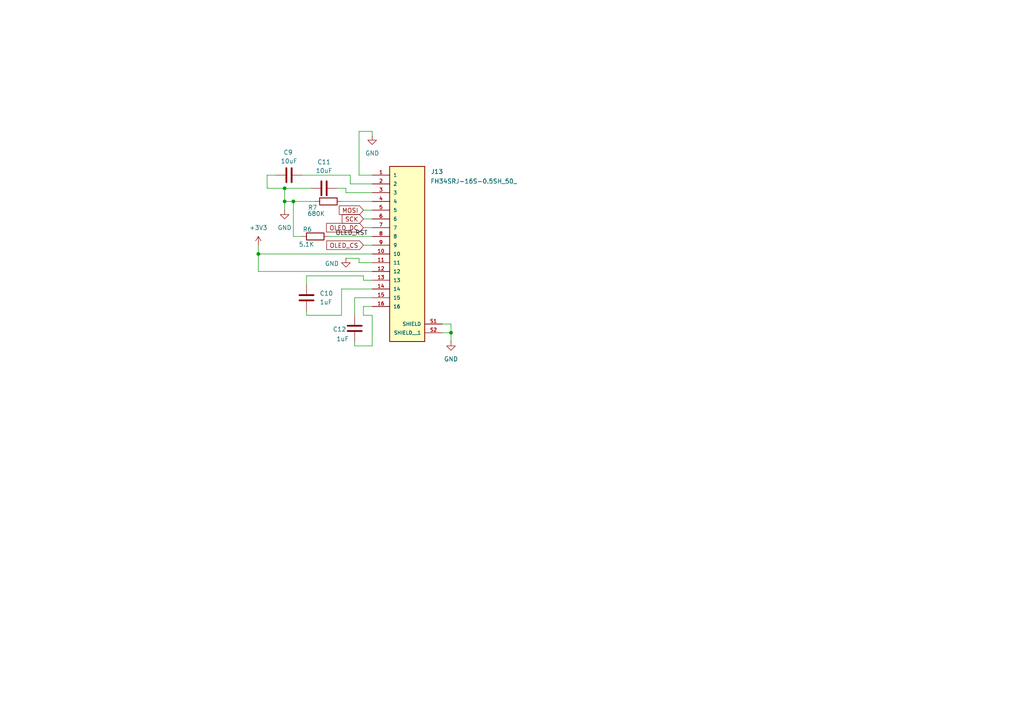
<source format=kicad_sch>
(kicad_sch (version 20231120) (generator "eeschema") (generator_version "8.0")
  (paper "A4")
  (lib_symbols
    (symbol "Device:C" (pin_numbers hide) (pin_names (offset 0.254))
      (property "Reference" "C" (at 0.635 2.54 0))
      (property "Value" "C" (at 0.635 -2.54 0))
      (symbol "C_0_1"
        (polyline (pts (xy -2.032 -0.762) (xy 2.032 -0.762)) (stroke (width 0.508)))
        (polyline (pts (xy -2.032 0.762) (xy 2.032 0.762)) (stroke (width 0.508)))
      )
      (symbol "C_1_1"
        (pin passive line (at 0 3.81 270) (length 2.794) (name "~") (number "1"))
        (pin passive line (at 0 -3.81 90) (length 2.794) (name "~") (number "2"))
      )
    )
    (symbol "Device:R" (pin_numbers hide) (pin_names (offset 0))
      (property "Reference" "R" (at 2.032 0 90))
      (property "Value" "R" (at 0 0 90))
      (symbol "R_0_1"
        (rectangle (start -1.016 -2.54) (end 1.016 2.54) (stroke (width 0.254)))
      )
      (symbol "R_1_1"
        (pin passive line (at 0 3.81 270) (length 1.27) (name "~") (number "1"))
        (pin passive line (at 0 -3.81 90) (length 1.27) (name "~") (number "2"))
      )
    )
    (symbol "FH34SRJ-16S-0.5SH_50_:FH34SRJ-16S-0.5SH_50_" (pin_names (offset 1.016))
      (property "Reference" "J" (at -5.58 22.86 0))
      (property "Value" "FH34SRJ-16S-0.5SH_50_" (at -5.08 -30.48 0))
      (symbol "FH34SRJ-16S-0.5SH_50__0_0"
        (rectangle (start -5.08 -27.94) (end 5.08 22.86) (stroke (width 0.254)) (fill (type background)))
        (pin passive line (at -10.16 20.32 0) (length 5.08) (name "1") (number "1"))
        (pin passive line (at -10.16 -2.54 0) (length 5.08) (name "10") (number "10"))
        (pin passive line (at -10.16 -5.08 0) (length 5.08) (name "11") (number "11"))
        (pin passive line (at -10.16 -7.62 0) (length 5.08) (name "12") (number "12"))
        (pin passive line (at -10.16 -10.16 0) (length 5.08) (name "13") (number "13"))
        (pin passive line (at -10.16 -12.7 0) (length 5.08) (name "14") (number "14"))
        (pin passive line (at -10.16 -15.24 0) (length 5.08) (name "15") (number "15"))
        (pin passive line (at -10.16 -17.78 0) (length 5.08) (name "16") (number "16"))
        (pin passive line (at -10.16 17.78 0) (length 5.08) (name "2") (number "2"))
        (pin passive line (at -10.16 15.24 0) (length 5.08) (name "3") (number "3"))
        (pin passive line (at -10.16 12.7 0) (length 5.08) (name "4") (number "4"))
        (pin passive line (at -10.16 10.16 0) (length 5.08) (name "5") (number "5"))
        (pin passive line (at -10.16 7.62 0) (length 5.08) (name "6") (number "6"))
        (pin passive line (at -10.16 5.08 0) (length 5.08) (name "7") (number "7"))
        (pin passive line (at -10.16 2.54 0) (length 5.08) (name "8") (number "8"))
        (pin passive line (at -10.16 0 0) (length 5.08) (name "9") (number "9"))
        (pin passive line (at 10.16 -22.86 180) (length 5.08) (name "SHIELD") (number "S1"))
        (pin passive line (at 10.16 -25.4 180) (length 5.08) (name "SHIELD__1") (number "S2"))
      )
    )
    (symbol "power:+3V3" (power) (pin_numbers hide) (pin_names (offset 0) hide)
      (property "Value" "+3V3" (at 0 3.556 0))
      (symbol "+3V3_0_1"
        (polyline (pts (xy -0.762 1.27) (xy 0 2.54)))
        (polyline (pts (xy 0 0) (xy 0 2.54)))
        (polyline (pts (xy 0 2.54) (xy 0.762 1.27)))
      )
      (symbol "+3V3_1_1"
        (pin power_in line (at 0 0 90) (length 0) (name "~") (number "1"))
      )
    )
    (symbol "power:GND" (power) (pin_numbers hide) (pin_names (offset 0) hide)
      (property "Value" "GND" (at 0 -3.81 0))
      (symbol "GND_0_1"
        (polyline (pts (xy 0 0) (xy 0 -1.27) (xy 1.27 -1.27) (xy 0 -2.54) (xy -1.27 -1.27) (xy 0 -1.27)))
      )
      (symbol "GND_1_1"
        (pin power_in line (at 0 0 270) (length 0) (name "~") (number "1"))
      )
    )
  )
  (junction (at 130.81 96.52))
  (junction (at 74.93 73.66))
  (junction (at 82.55 58.42))
  (junction (at 82.55 54.61))
  (junction (at 85.09 58.42))
  (wire (pts (xy 99.06 91.44) (xy 99.06 83.82)))
  (wire (pts (xy 88.9 80.01) (xy 88.9 82.55)))
  (wire (pts (xy 107.95 86.36) (xy 102.87 86.36)))
  (wire (pts (xy 104.14 50.8) (xy 104.14 38.1)))
  (wire (pts (xy 80.01 50.8) (xy 77.47 50.8)))
  (wire (pts (xy 102.87 100.33) (xy 107.95 100.33)))
  (wire (pts (xy 128.27 93.98) (xy 130.81 93.98)))
  (wire (pts (xy 107.95 100.33) (xy 107.95 91.44)))
  (wire (pts (xy 74.93 71.12) (xy 74.93 73.66)))
  (wire (pts (xy 105.41 63.5) (xy 107.95 63.5)))
  (wire (pts (xy 107.95 38.1) (xy 107.95 39.37)))
  (wire (pts (xy 97.79 54.61) (xy 100.33 54.61)))
  (wire (pts (xy 87.63 68.58) (xy 85.09 68.58)))
  (wire (pts (xy 107.95 91.44) (xy 105.41 91.44)))
  (wire (pts (xy 105.41 81.28) (xy 105.41 80.01)))
  (wire (pts (xy 77.47 54.61) (xy 82.55 54.61)))
  (wire (pts (xy 107.95 73.66) (xy 74.93 73.66)))
  (wire (pts (xy 107.95 50.8) (xy 104.14 50.8)))
  (wire (pts (xy 128.27 96.52) (xy 130.81 96.52)))
  (wire (pts (xy 82.55 58.42) (xy 82.55 60.96)))
  (wire (pts (xy 105.41 66.04) (xy 107.95 66.04)))
  (wire (pts (xy 107.95 81.28) (xy 105.41 81.28)))
  (wire (pts (xy 101.6 53.34) (xy 101.6 50.8)))
  (wire (pts (xy 104.14 74.93) (xy 100.33 74.93)))
  (wire (pts (xy 105.41 71.12) (xy 107.95 71.12)))
  (wire (pts (xy 102.87 99.06) (xy 102.87 100.33)))
  (wire (pts (xy 95.25 68.58) (xy 107.95 68.58)))
  (wire (pts (xy 88.9 90.17) (xy 88.9 91.44)))
  (wire (pts (xy 90.17 54.61) (xy 82.55 54.61)))
  (wire (pts (xy 107.95 55.88) (xy 100.33 55.88)))
  (wire (pts (xy 99.06 83.82) (xy 107.95 83.82)))
  (wire (pts (xy 105.41 60.96) (xy 107.95 60.96)))
  (wire (pts (xy 85.09 58.42) (xy 82.55 58.42)))
  (wire (pts (xy 88.9 91.44) (xy 99.06 91.44)))
  (wire (pts (xy 105.41 88.9) (xy 107.95 88.9)))
  (wire (pts (xy 107.95 38.1) (xy 104.14 38.1)))
  (wire (pts (xy 130.81 93.98) (xy 130.81 96.52)))
  (wire (pts (xy 85.09 58.42) (xy 85.09 68.58)))
  (wire (pts (xy 104.14 76.2) (xy 104.14 74.93)))
  (wire (pts (xy 99.06 58.42) (xy 107.95 58.42)))
  (wire (pts (xy 107.95 53.34) (xy 101.6 53.34)))
  (wire (pts (xy 74.93 78.74) (xy 107.95 78.74)))
  (wire (pts (xy 105.41 80.01) (xy 88.9 80.01)))
  (wire (pts (xy 107.95 76.2) (xy 104.14 76.2)))
  (wire (pts (xy 101.6 50.8) (xy 87.63 50.8)))
  (wire (pts (xy 105.41 91.44) (xy 105.41 88.9)))
  (wire (pts (xy 102.87 86.36) (xy 102.87 91.44)))
  (wire (pts (xy 74.93 78.74) (xy 74.93 73.66)))
  (wire (pts (xy 77.47 50.8) (xy 77.47 54.61)))
  (wire (pts (xy 100.33 55.88) (xy 100.33 54.61)))
  (wire (pts (xy 82.55 54.61) (xy 82.55 58.42)))
  (wire (pts (xy 130.81 96.52) (xy 130.81 99.06)))
  (wire (pts (xy 91.44 58.42) (xy 85.09 58.42)))
  (label "OLED_RST" (at 106.68 68.58 180))
  (global_label "OLED_DC" (shape input) (at 105.41 66.04 180) (property "Intersheetrefs" "${INTERSHEET_REFS}" (effects (hide yes))))
  (global_label "MOSI" (shape input) (at 105.41 60.96 180) (property "Intersheetrefs" "${INTERSHEET_REFS}" (effects (hide yes))))
  (global_label "SCK" (shape input) (at 105.41 63.5 180) (property "Intersheetrefs" "${INTERSHEET_REFS}" (effects (hide yes))))
  (global_label "OLED_CS" (shape input) (at 105.41 71.12 180) (property "Intersheetrefs" "${INTERSHEET_REFS}" (effects (hide yes))))
  (symbol (lib_id "Device:R") (at 95.25 58.42 90) (unit 1)
    (property "Reference" "R7" (at 90.678 60.198 90))
    (property "Value" "680K" (at 91.694 61.976 90))
    (property "Footprint" "Resistor_SMD:R_1206_3216Metric_Pad1.30x1.75mm_HandSolder" (effects (hide yes)))
    (property "Description" "Resistor" (effects (hide yes)))
  )
  (symbol (lib_id "power:GND") (at 107.95 39.37 0) (unit 1)
    (property "Reference" "#PWR037" (effects (hide yes)))
    (property "Value" "GND" (at 107.95 44.45 0))
    (property "Description" "Power symbol creates a global label with name \"GND\" , ground" (effects (hide yes)))
  )
  (symbol (lib_id "power:GND") (at 100.33 74.93 0) (unit 1)
    (property "Reference" "#PWR036" (effects (hide yes)))
    (property "Value" "GND" (at 96.266 76.454 0))
    (property "Description" "Power symbol creates a global label with name \"GND\" , ground" (effects (hide yes)))
  )
  (symbol (lib_id "power:GND") (at 130.81 99.06 0) (unit 1)
    (property "Reference" "#PWR038" (effects (hide yes)))
    (property "Value" "GND" (at 130.81 104.14 0))
    (property "Description" "Power symbol creates a global label with name \"GND\" , ground" (effects (hide yes)))
  )
  (symbol (lib_id "FH34SRJ-16S-0.5SH_50_:FH34SRJ-16S-0.5SH_50_") (at 118.11 71.12 0) (unit 1)
    (property "Reference" "J13" (at 126.746 49.784 0))
    (property "Value" "FH34SRJ-16S-0.5SH_50_" (at 137.414 52.578 0))
    (property "Footprint" "FH34SRJ_16S_0_5SH_50:HRS_FH34SRJ-16S-0.5SH_50_" (effects (hide yes)))
    (property "MANUFACTURER" "HRS" (effects (hide yes)))
  )
  (symbol (lib_id "Device:R") (at 91.44 68.58 90) (unit 1)
    (property "Reference" "R6" (at 89.154 66.548 90))
    (property "Value" "5.1K" (at 88.9 70.866 90))
    (property "Footprint" "Resistor_SMD:R_1206_3216Metric_Pad1.30x1.75mm_HandSolder" (effects (hide yes)))
    (property "Description" "Resistor" (effects (hide yes)))
  )
  (symbol (lib_id "Device:C") (at 83.82 50.8 90) (unit 1)
    (property "Reference" "C9" (at 83.566 44.196 90))
    (property "Value" "10uF" (at 83.82 46.736 90))
    (property "Footprint" "Capacitor_SMD:C_1812_4532Metric_Pad1.57x3.40mm_HandSolder" (effects (hide yes)))
    (property "Description" "Unpolarized capacitor" (effects (hide yes)))
  )
  (symbol (lib_id "power:GND") (at 82.55 60.96 0) (unit 1)
    (property "Reference" "#PWR035" (effects (hide yes)))
    (property "Value" "GND" (at 82.55 66.04 0))
    (property "Description" "Power symbol creates a global label with name \"GND\" , ground" (effects (hide yes)))
  )
  (symbol (lib_id "Device:C") (at 88.9 86.36 180) (unit 1)
    (property "Reference" "C10" (at 92.71 85.0899 0) (effects (justify right)))
    (property "Value" "1uF" (at 92.71 87.6299 0) (effects (justify right)))
    (property "Footprint" "Capacitor_SMD:C_1812_4532Metric_Pad1.57x3.40mm_HandSolder" (effects (hide yes)))
    (property "Description" "Unpolarized capacitor" (effects (hide yes)))
  )
  (symbol (lib_id "power:+3V3") (at 74.93 71.12 0) (unit 1)
    (property "Reference" "#PWR034" (effects (hide yes)))
    (property "Value" "+3V3" (at 74.93 66.04 0))
    (property "Description" "Power symbol creates a global label with name \"+3V3\"" (effects (hide yes)))
  )
  (symbol (lib_id "Device:C") (at 102.87 95.25 180) (unit 1)
    (property "Reference" "C12" (at 96.52 95.504 0) (effects (justify right)))
    (property "Value" "1uF" (at 97.536 98.298 0) (effects (justify right)))
    (property "Footprint" "Capacitor_SMD:C_1812_4532Metric_Pad1.57x3.40mm_HandSolder" (effects (hide yes)))
    (property "Description" "Unpolarized capacitor" (effects (hide yes)))
  )
  (symbol (lib_id "Device:C") (at 93.98 54.61 270) (unit 1)
    (property "Reference" "C11" (at 93.98 46.99 90))
    (property "Value" "10uF" (at 93.98 49.53 90))
    (property "Footprint" "Capacitor_SMD:C_1812_4532Metric_Pad1.57x3.40mm_HandSolder" (effects (hide yes)))
    (property "Description" "Unpolarized capacitor" (effects (hide yes)))
  )
)
</source>
